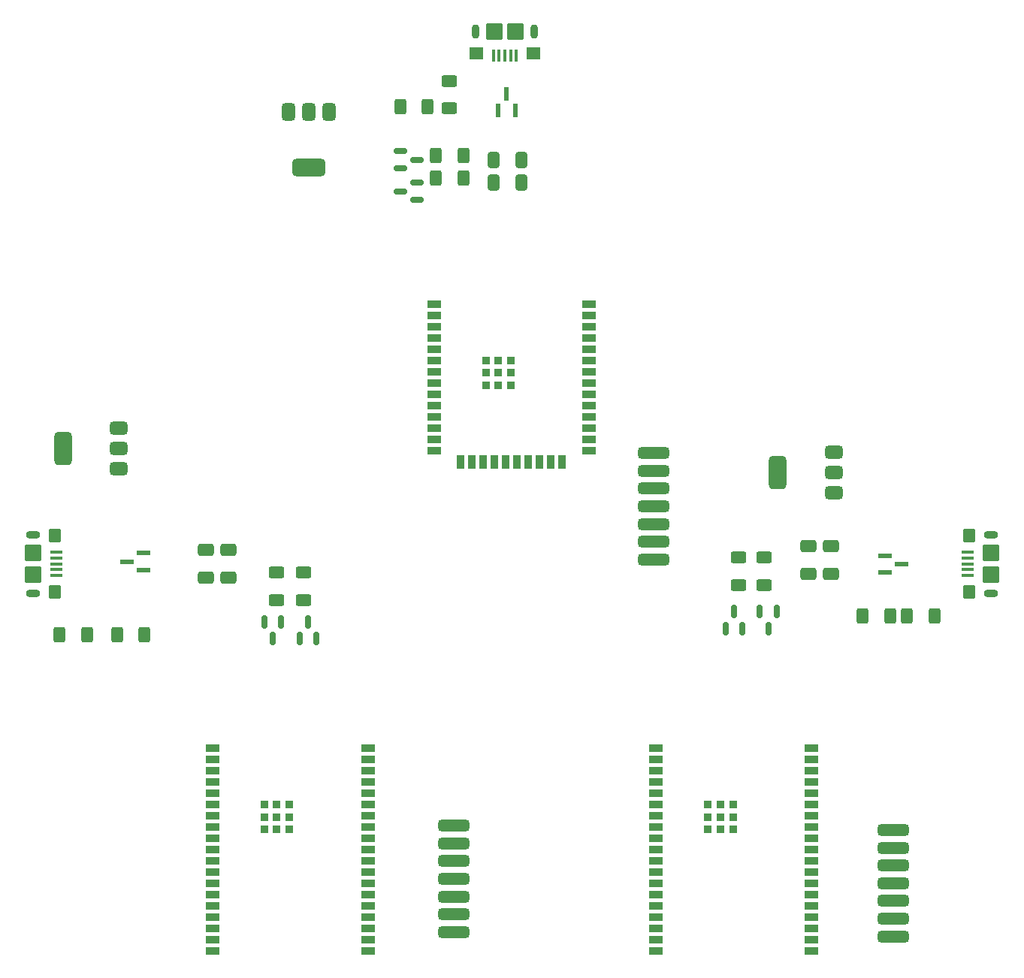
<source format=gtp>
%TF.GenerationSoftware,KiCad,Pcbnew,9.0.0*%
%TF.CreationDate,2025-04-09T12:56:57-04:00*%
%TF.ProjectId,Network_and_Switch,4e657477-6f72-46b5-9f61-6e645f537769,rev?*%
%TF.SameCoordinates,Original*%
%TF.FileFunction,Paste,Top*%
%TF.FilePolarity,Positive*%
%FSLAX46Y46*%
G04 Gerber Fmt 4.6, Leading zero omitted, Abs format (unit mm)*
G04 Created by KiCad (PCBNEW 9.0.0) date 2025-04-09 12:56:57*
%MOMM*%
%LPD*%
G01*
G04 APERTURE LIST*
G04 Aperture macros list*
%AMRoundRect*
0 Rectangle with rounded corners*
0 $1 Rounding radius*
0 $2 $3 $4 $5 $6 $7 $8 $9 X,Y pos of 4 corners*
0 Add a 4 corners polygon primitive as box body*
4,1,4,$2,$3,$4,$5,$6,$7,$8,$9,$2,$3,0*
0 Add four circle primitives for the rounded corners*
1,1,$1+$1,$2,$3*
1,1,$1+$1,$4,$5*
1,1,$1+$1,$6,$7*
1,1,$1+$1,$8,$9*
0 Add four rect primitives between the rounded corners*
20,1,$1+$1,$2,$3,$4,$5,0*
20,1,$1+$1,$4,$5,$6,$7,0*
20,1,$1+$1,$6,$7,$8,$9,0*
20,1,$1+$1,$8,$9,$2,$3,0*%
G04 Aperture macros list end*
%ADD10RoundRect,0.375000X-0.375000X0.625000X-0.375000X-0.625000X0.375000X-0.625000X0.375000X0.625000X0*%
%ADD11RoundRect,0.500000X-1.400000X0.500000X-1.400000X-0.500000X1.400000X-0.500000X1.400000X0.500000X0*%
%ADD12RoundRect,0.250000X-0.625000X0.400000X-0.625000X-0.400000X0.625000X-0.400000X0.625000X0.400000X0*%
%ADD13RoundRect,0.250000X0.400000X0.625000X-0.400000X0.625000X-0.400000X-0.625000X0.400000X-0.625000X0*%
%ADD14R,1.625600X0.609600*%
%ADD15RoundRect,0.150000X0.150000X-0.587500X0.150000X0.587500X-0.150000X0.587500X-0.150000X-0.587500X0*%
%ADD16RoundRect,0.250000X0.412500X0.650000X-0.412500X0.650000X-0.412500X-0.650000X0.412500X-0.650000X0*%
%ADD17RoundRect,0.250000X-0.400000X-0.625000X0.400000X-0.625000X0.400000X0.625000X-0.400000X0.625000X0*%
%ADD18RoundRect,0.325000X1.425000X-0.325000X1.425000X0.325000X-1.425000X0.325000X-1.425000X-0.325000X0*%
%ADD19RoundRect,0.100000X-0.575000X0.100000X-0.575000X-0.100000X0.575000X-0.100000X0.575000X0.100000X0*%
%ADD20O,1.600000X0.900000*%
%ADD21RoundRect,0.250000X-0.450000X0.550000X-0.450000X-0.550000X0.450000X-0.550000X0.450000X0.550000X0*%
%ADD22RoundRect,0.250000X-0.700000X0.700000X-0.700000X-0.700000X0.700000X-0.700000X0.700000X0.700000X0*%
%ADD23R,1.500000X0.900000*%
%ADD24R,0.900000X0.900000*%
%ADD25RoundRect,0.250000X0.650000X-0.412500X0.650000X0.412500X-0.650000X0.412500X-0.650000X-0.412500X0*%
%ADD26RoundRect,0.150000X-0.150000X0.587500X-0.150000X-0.587500X0.150000X-0.587500X0.150000X0.587500X0*%
%ADD27RoundRect,0.250000X-0.650000X0.412500X-0.650000X-0.412500X0.650000X-0.412500X0.650000X0.412500X0*%
%ADD28RoundRect,0.375000X0.625000X0.375000X-0.625000X0.375000X-0.625000X-0.375000X0.625000X-0.375000X0*%
%ADD29RoundRect,0.500000X0.500000X1.400000X-0.500000X1.400000X-0.500000X-1.400000X0.500000X-1.400000X0*%
%ADD30RoundRect,0.150000X-0.587500X-0.150000X0.587500X-0.150000X0.587500X0.150000X-0.587500X0.150000X0*%
%ADD31RoundRect,0.250000X0.625000X-0.400000X0.625000X0.400000X-0.625000X0.400000X-0.625000X-0.400000X0*%
%ADD32RoundRect,0.325000X-1.425000X0.325000X-1.425000X-0.325000X1.425000X-0.325000X1.425000X0.325000X0*%
%ADD33RoundRect,0.150000X0.587500X0.150000X-0.587500X0.150000X-0.587500X-0.150000X0.587500X-0.150000X0*%
%ADD34RoundRect,0.100000X0.575000X-0.100000X0.575000X0.100000X-0.575000X0.100000X-0.575000X-0.100000X0*%
%ADD35RoundRect,0.250000X0.450000X-0.550000X0.450000X0.550000X-0.450000X0.550000X-0.450000X-0.550000X0*%
%ADD36RoundRect,0.250000X0.700000X-0.700000X0.700000X0.700000X-0.700000X0.700000X-0.700000X-0.700000X0*%
%ADD37R,0.900000X1.500000*%
%ADD38R,0.609600X1.625600*%
%ADD39RoundRect,0.100000X0.100000X0.575000X-0.100000X0.575000X-0.100000X-0.575000X0.100000X-0.575000X0*%
%ADD40O,0.900000X1.600000*%
%ADD41RoundRect,0.250000X0.550000X0.450000X-0.550000X0.450000X-0.550000X-0.450000X0.550000X-0.450000X0*%
%ADD42RoundRect,0.250000X0.700000X0.700000X-0.700000X0.700000X-0.700000X-0.700000X0.700000X-0.700000X0*%
G04 APERTURE END LIST*
D10*
%TO.C,U1*%
X71400000Y-31062500D03*
X69100000Y-31062500D03*
D11*
X69100000Y-37362500D03*
D10*
X66800000Y-31062500D03*
%TD*%
D12*
%TO.C,R11*%
X65500000Y-83000000D03*
X65500000Y-86100000D03*
%TD*%
%TO.C,R20*%
X120384050Y-81275000D03*
X120384050Y-84375000D03*
%TD*%
D13*
%TO.C,R4*%
X86500000Y-38500000D03*
X83400000Y-38500000D03*
%TD*%
D14*
%TO.C,U14*%
X134000000Y-81095000D03*
X134000000Y-83000000D03*
X135894050Y-82047500D03*
%TD*%
D13*
%TO.C,R3*%
X86500000Y-36000000D03*
X83400000Y-36000000D03*
%TD*%
D15*
%TO.C,Q5*%
X116050000Y-89275000D03*
X117950000Y-89275000D03*
X117000000Y-87400000D03*
%TD*%
D16*
%TO.C,C8*%
X93025000Y-36500000D03*
X89900000Y-36500000D03*
%TD*%
D17*
%TO.C,R22*%
X131500000Y-87900000D03*
X134600000Y-87900000D03*
%TD*%
D18*
%TO.C,J7*%
X108000000Y-81500000D03*
X108000000Y-79500000D03*
X108000000Y-77500000D03*
X108000000Y-75500000D03*
X108000000Y-73500000D03*
X108000000Y-71500000D03*
X108000000Y-69500000D03*
%TD*%
D19*
%TO.C,J3*%
X40675000Y-80700000D03*
X40675000Y-81350000D03*
X40675000Y-82000000D03*
X40675000Y-82650000D03*
X40675000Y-83300000D03*
D20*
X38000000Y-78700000D03*
D21*
X40450000Y-78800000D03*
D22*
X38000000Y-80800000D03*
X38000000Y-83200000D03*
D21*
X40450000Y-85200000D03*
D20*
X38000000Y-85300000D03*
%TD*%
D15*
%TO.C,Q3*%
X68050000Y-90400000D03*
X69950000Y-90400000D03*
X69000000Y-88525000D03*
%TD*%
D17*
%TO.C,R6*%
X79390000Y-30500000D03*
X82490000Y-30500000D03*
%TD*%
D13*
%TO.C,R14*%
X50600000Y-89950000D03*
X47500000Y-89950000D03*
%TD*%
D23*
%TO.C,S0*%
X58250000Y-102745000D03*
X58250000Y-104015000D03*
X58250000Y-105285000D03*
X58250000Y-106555000D03*
X58250000Y-107825000D03*
X58250000Y-109095000D03*
X58250000Y-110365000D03*
X58250000Y-111635000D03*
X58250000Y-112905000D03*
X58250000Y-114175000D03*
X58250000Y-115445000D03*
X58250000Y-116715000D03*
X58250000Y-117985000D03*
X58250000Y-119255000D03*
X58250000Y-120525000D03*
X58250000Y-121795000D03*
X58250000Y-123065000D03*
X58250000Y-124335000D03*
X58250000Y-125605000D03*
X75750000Y-125605000D03*
X75750000Y-124335000D03*
X75750000Y-123065000D03*
X75750000Y-121795000D03*
X75750000Y-120525000D03*
X75750000Y-119255000D03*
X75750000Y-117985000D03*
X75750000Y-116715000D03*
X75750000Y-115445000D03*
X75750000Y-114175000D03*
X75750000Y-112905000D03*
X75750000Y-111635000D03*
X75750000Y-110365000D03*
X75750000Y-109095000D03*
X75750000Y-107825000D03*
X75750000Y-106555000D03*
X75750000Y-105285000D03*
X75750000Y-104015000D03*
X75750000Y-102745000D03*
D24*
X64095000Y-109140000D03*
X64100000Y-110540000D03*
X64100000Y-111940000D03*
X65500000Y-109140000D03*
X65500000Y-110540000D03*
X65500000Y-111940000D03*
X66900000Y-109140000D03*
X66900000Y-110540000D03*
X66900000Y-111940000D03*
%TD*%
D14*
%TO.C,U9*%
X50500000Y-82700000D03*
X50500000Y-80795000D03*
X48605950Y-81747500D03*
%TD*%
D12*
%TO.C,R12*%
X68500000Y-83000000D03*
X68500000Y-86100000D03*
%TD*%
D25*
%TO.C,C26*%
X127934050Y-83125000D03*
X127934050Y-80000000D03*
%TD*%
D26*
%TO.C,Q6*%
X121834050Y-87400000D03*
X119934050Y-87400000D03*
X120884050Y-89275000D03*
%TD*%
D13*
%TO.C,R13*%
X44100000Y-89950000D03*
X41000000Y-89950000D03*
%TD*%
D12*
%TO.C,R19*%
X117500000Y-81275000D03*
X117500000Y-84375000D03*
%TD*%
D23*
%TO.C,S1*%
X108250000Y-102745000D03*
X108250000Y-104015000D03*
X108250000Y-105285000D03*
X108250000Y-106555000D03*
X108250000Y-107825000D03*
X108250000Y-109095000D03*
X108250000Y-110365000D03*
X108250000Y-111635000D03*
X108250000Y-112905000D03*
X108250000Y-114175000D03*
X108250000Y-115445000D03*
X108250000Y-116715000D03*
X108250000Y-117985000D03*
X108250000Y-119255000D03*
X108250000Y-120525000D03*
X108250000Y-121795000D03*
X108250000Y-123065000D03*
X108250000Y-124335000D03*
X108250000Y-125605000D03*
X125750000Y-125605000D03*
X125750000Y-124335000D03*
X125750000Y-123065000D03*
X125750000Y-121795000D03*
X125750000Y-120525000D03*
X125750000Y-119255000D03*
X125750000Y-117985000D03*
X125750000Y-116715000D03*
X125750000Y-115445000D03*
X125750000Y-114175000D03*
X125750000Y-112905000D03*
X125750000Y-111635000D03*
X125750000Y-110365000D03*
X125750000Y-109095000D03*
X125750000Y-107825000D03*
X125750000Y-106555000D03*
X125750000Y-105285000D03*
X125750000Y-104015000D03*
X125750000Y-102745000D03*
D24*
X114095000Y-109140000D03*
X114100000Y-110540000D03*
X114100000Y-111940000D03*
X115500000Y-109140000D03*
X115500000Y-110540000D03*
X115500000Y-111940000D03*
X116900000Y-109140000D03*
X116900000Y-110540000D03*
X116900000Y-111940000D03*
%TD*%
D27*
%TO.C,C18*%
X60000000Y-80450000D03*
X60000000Y-83575000D03*
%TD*%
D28*
%TO.C,U2*%
X47700000Y-71300000D03*
X47700000Y-69000000D03*
D29*
X41400000Y-69000000D03*
D28*
X47700000Y-66700000D03*
%TD*%
D30*
%TO.C,Q1*%
X79400000Y-35500000D03*
X79400000Y-37400000D03*
X81275000Y-36450000D03*
%TD*%
D31*
%TO.C,R5*%
X84940000Y-30647500D03*
X84940000Y-27547500D03*
%TD*%
D32*
%TO.C,J8*%
X85440000Y-111500000D03*
X85440000Y-113500000D03*
X85440000Y-115500000D03*
X85440000Y-117500000D03*
X85440000Y-119500000D03*
X85440000Y-121500000D03*
X85440000Y-123500000D03*
%TD*%
D17*
%TO.C,R21*%
X136500000Y-87900000D03*
X139600000Y-87900000D03*
%TD*%
D16*
%TO.C,C9*%
X93025000Y-39000000D03*
X89900000Y-39000000D03*
%TD*%
D27*
%TO.C,C17*%
X57500000Y-80450000D03*
X57500000Y-83575000D03*
%TD*%
D33*
%TO.C,Q2*%
X81275000Y-40950000D03*
X81275000Y-39050000D03*
X79400000Y-40000000D03*
%TD*%
D34*
%TO.C,J2*%
X143325000Y-83300000D03*
X143325000Y-82650000D03*
X143325000Y-82000000D03*
X143325000Y-81350000D03*
X143325000Y-80700000D03*
D20*
X146000000Y-85300000D03*
D35*
X143550000Y-85200000D03*
D36*
X146000000Y-83200000D03*
X146000000Y-80800000D03*
D35*
X143550000Y-78800000D03*
D20*
X146000000Y-78700000D03*
%TD*%
D25*
%TO.C,C27*%
X125434050Y-83125000D03*
X125434050Y-80000000D03*
%TD*%
D23*
%TO.C,U3*%
X83200000Y-52750000D03*
X83200000Y-54020000D03*
X83200000Y-55290000D03*
X83200000Y-56560000D03*
X83200000Y-57830000D03*
X83200000Y-59100000D03*
X83200000Y-60370000D03*
X83200000Y-61640000D03*
X83200000Y-62910000D03*
X83200000Y-64180000D03*
X83200000Y-65450000D03*
X83200000Y-66720000D03*
X83200000Y-67990000D03*
X83200000Y-69260000D03*
D37*
X86230000Y-70510000D03*
X87500000Y-70510000D03*
X88770000Y-70510000D03*
X90040000Y-70510000D03*
X91310000Y-70510000D03*
X92580000Y-70510000D03*
X93850000Y-70510000D03*
X95120000Y-70510000D03*
X96390000Y-70510000D03*
X97660000Y-70510000D03*
D23*
X100700000Y-69260000D03*
X100700000Y-67990000D03*
X100700000Y-66720000D03*
X100700000Y-65450000D03*
X100700000Y-64180000D03*
X100700000Y-62910000D03*
X100700000Y-61640000D03*
X100700000Y-60370000D03*
X100700000Y-59100000D03*
X100700000Y-57830000D03*
X100700000Y-56560000D03*
X100700000Y-55290000D03*
X100700000Y-54020000D03*
X100700000Y-52750000D03*
D24*
X89050000Y-59070000D03*
X89050000Y-59070000D03*
X89050000Y-60470000D03*
X89050000Y-61870000D03*
X89050000Y-61870000D03*
X90450000Y-59070000D03*
X90450000Y-60470000D03*
X90450000Y-61870000D03*
X90450000Y-61870000D03*
X91850000Y-59070000D03*
X91850000Y-60470000D03*
X91850000Y-61870000D03*
%TD*%
D38*
%TO.C,U4*%
X90447500Y-30894050D03*
X92352500Y-30894050D03*
X91400000Y-29000000D03*
%TD*%
D26*
%TO.C,Q4*%
X66000000Y-88525000D03*
X64100000Y-88525000D03*
X65050000Y-90400000D03*
%TD*%
D39*
%TO.C,J1*%
X92500000Y-24675000D03*
X91850000Y-24675000D03*
X91200000Y-24675000D03*
X90550000Y-24675000D03*
X89900000Y-24675000D03*
D40*
X94500000Y-22000000D03*
D41*
X94400000Y-24450000D03*
D42*
X92400000Y-22000000D03*
X90000000Y-22000000D03*
D41*
X88000000Y-24450000D03*
D40*
X87900000Y-22000000D03*
%TD*%
D32*
%TO.C,J6*%
X134940000Y-112000000D03*
X134940000Y-114000000D03*
X134940000Y-116000000D03*
X134940000Y-118000000D03*
X134940000Y-120000000D03*
X134940000Y-122000000D03*
X134940000Y-124000000D03*
%TD*%
D28*
%TO.C,U6*%
X128240000Y-74000000D03*
X128240000Y-71700000D03*
D29*
X121940000Y-71700000D03*
D28*
X128240000Y-69400000D03*
%TD*%
M02*

</source>
